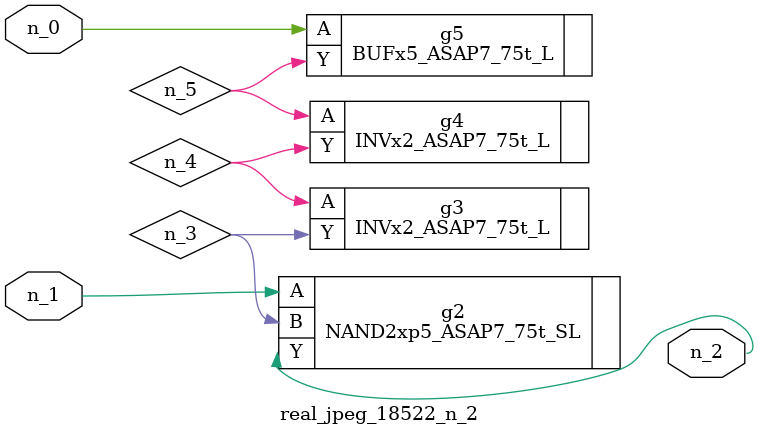
<source format=v>
module real_jpeg_18522_n_2 (n_1, n_0, n_2);

input n_1;
input n_0;

output n_2;

wire n_5;
wire n_4;
wire n_3;

BUFx5_ASAP7_75t_L g5 ( 
.A(n_0),
.Y(n_5)
);

NAND2xp5_ASAP7_75t_SL g2 ( 
.A(n_1),
.B(n_3),
.Y(n_2)
);

INVx2_ASAP7_75t_L g3 ( 
.A(n_4),
.Y(n_3)
);

INVx2_ASAP7_75t_L g4 ( 
.A(n_5),
.Y(n_4)
);


endmodule
</source>
